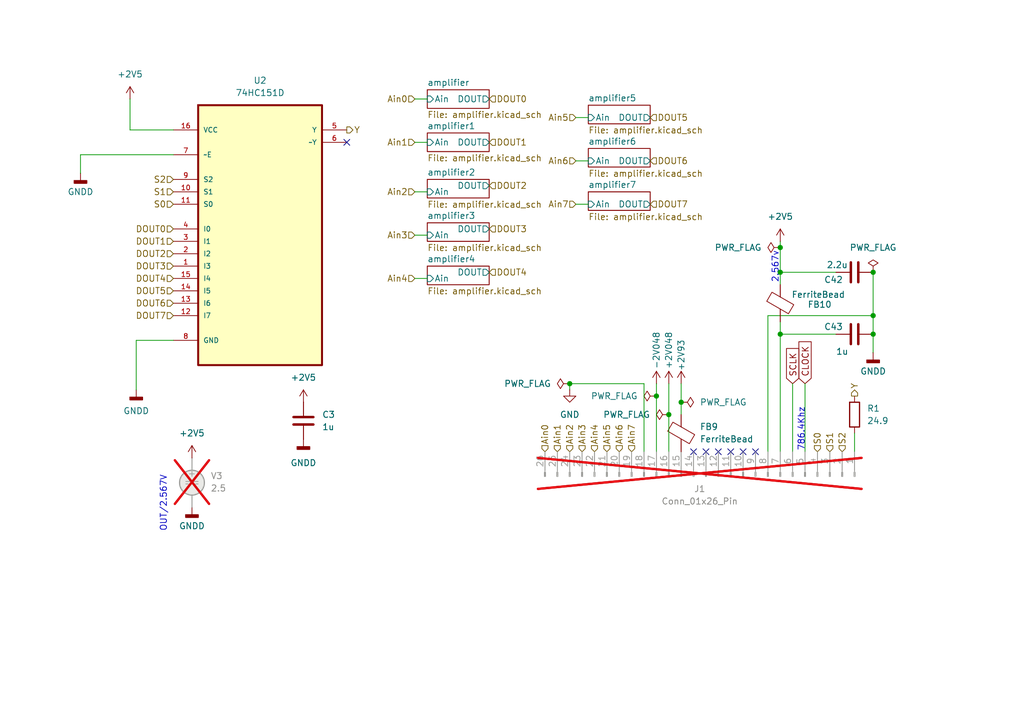
<source format=kicad_sch>
(kicad_sch (version 20231120) (generator "eeschema") (generator_version "8.0")
  (paper "A5")
  (title_block (title "Biosemi amplifier card") (date "2025-05-26") (rev "1") (company "Utrecht university"))
  (lib_symbols
    (symbol "74hc151d:74HC151D" (pin_names (offset 1.016))
      (property "Reference" "U" (at -5.1894 25.5656 0))
      (property "Value" "74HC151D" (at -3.7347 -34.8316 0))
      (symbol "74HC151D_0_0"
        (rectangle (start -12.7 -30.48) (end 12.7 22.86) (stroke (width 0.4064)) (fill (type background)))
        (pin passive line (at -17.78 -10.16 0) (length 5.08) (name "I3") (number "1"))
        (pin input line (at -17.78 5.08 0) (length 5.08) (name "S1") (number "10"))
        (pin input line (at -17.78 2.54 0) (length 5.08) (name "S0") (number "11"))
        (pin input line (at -17.78 -20.32 0) (length 5.08) (name "I7") (number "12"))
        (pin input line (at -17.78 -17.78 0) (length 5.08) (name "I6") (number "13"))
        (pin input line (at -17.78 -15.24 0) (length 5.08) (name "I5") (number "14"))
        (pin input line (at -17.78 -12.7 0) (length 5.08) (name "I4") (number "15"))
        (pin power_in line (at -17.78 17.78 0) (length 5.08) (name "VCC") (number "16"))
        (pin input line (at -17.78 -7.62 0) (length 5.08) (name "I2") (number "2"))
        (pin input line (at -17.78 -5.08 0) (length 5.08) (name "I1") (number "3"))
        (pin input line (at -17.78 -2.54 0) (length 5.08) (name "I0") (number "4"))
        (pin output line (at 17.78 17.78 180) (length 5.08) (name "Y") (number "5"))
        (pin output line (at 17.78 15.24 180) (length 5.08) (name "~Y") (number "6"))
        (pin input line (at -17.78 12.7 0) (length 5.08) (name "~E") (number "7"))
        (pin passive line (at -17.78 -25.4 0) (length 5.08) (name "GND") (number "8"))
        (pin input line (at -17.78 7.62 0) (length 5.08) (name "S2") (number "9"))
      )
    )
    (symbol "Connector:Conn_01x26_Pin" (pin_names (offset 1.016) hide)
      (property "Reference" "J" (at 0 33.02 0))
      (property "Value" "Conn_01x26_Pin" (at 0 -35.56 0))
      (symbol "Conn_01x26_Pin_1_1"
        (polyline (pts (xy 1.27 -33.02) (xy 0.8636 -33.02)) (stroke (width 0.1524)))
        (polyline (pts (xy 1.27 -30.48) (xy 0.8636 -30.48)) (stroke (width 0.1524)))
        (polyline (pts (xy 1.27 -27.94) (xy 0.8636 -27.94)) (stroke (width 0.1524)))
        (polyline (pts (xy 1.27 -25.4) (xy 0.8636 -25.4)) (stroke (width 0.1524)))
        (polyline (pts (xy 1.27 -22.86) (xy 0.8636 -22.86)) (stroke (width 0.1524)))
        (polyline (pts (xy 1.27 -20.32) (xy 0.8636 -20.32)) (stroke (width 0.1524)))
        (polyline (pts (xy 1.27 -17.78) (xy 0.8636 -17.78)) (stroke (width 0.1524)))
        (polyline (pts (xy 1.27 -15.24) (xy 0.8636 -15.24)) (stroke (width 0.1524)))
        (polyline (pts (xy 1.27 -12.7) (xy 0.8636 -12.7)) (stroke (width 0.1524)))
        (polyline (pts (xy 1.27 -10.16) (xy 0.8636 -10.16)) (stroke (width 0.1524)))
        (polyline (pts (xy 1.27 -7.62) (xy 0.8636 -7.62)) (stroke (width 0.1524)))
        (polyline (pts (xy 1.27 -5.08) (xy 0.8636 -5.08)) (stroke (width 0.1524)))
        (polyline (pts (xy 1.27 -2.54) (xy 0.8636 -2.54)) (stroke (width 0.1524)))
        (polyline (pts (xy 1.27 0) (xy 0.8636 0)) (stroke (width 0.1524)))
        (polyline (pts (xy 1.27 2.54) (xy 0.8636 2.54)) (stroke (width 0.1524)))
        (polyline (pts (xy 1.27 5.08) (xy 0.8636 5.08)) (stroke (width 0.1524)))
        (polyline (pts (xy 1.27 7.62) (xy 0.8636 7.62)) (stroke (width 0.1524)))
        (polyline (pts (xy 1.27 10.16) (xy 0.8636 10.16)) (stroke (width 0.1524)))
        (polyline (pts (xy 1.27 12.7) (xy 0.8636 12.7)) (stroke (width 0.1524)))
        (polyline (pts (xy 1.27 15.24) (xy 0.8636 15.24)) (stroke (width 0.1524)))
        (polyline (pts (xy 1.27 17.78) (xy 0.8636 17.78)) (stroke (width 0.1524)))
        (polyline (pts (xy 1.27 20.32) (xy 0.8636 20.32)) (stroke (width 0.1524)))
        (polyline (pts (xy 1.27 22.86) (xy 0.8636 22.86)) (stroke (width 0.1524)))
        (polyline (pts (xy 1.27 25.4) (xy 0.8636 25.4)) (stroke (width 0.1524)))
        (polyline (pts (xy 1.27 27.94) (xy 0.8636 27.94)) (stroke (width 0.1524)))
        (polyline (pts (xy 1.27 30.48) (xy 0.8636 30.48)) (stroke (width 0.1524)))
        (rectangle (start 0.8636 -32.893) (end 0 -33.147) (stroke (width 0.1524)) (fill (type outline)))
        (rectangle (start 0.8636 -30.353) (end 0 -30.607) (stroke (width 0.1524)) (fill (type outline)))
        (rectangle (start 0.8636 -27.813) (end 0 -28.067) (stroke (width 0.1524)) (fill (type outline)))
        (rectangle (start 0.8636 -25.273) (end 0 -25.527) (stroke (width 0.1524)) (fill (type outline)))
        (rectangle (start 0.8636 -22.733) (end 0 -22.987) (stroke (width 0.1524)) (fill (type outline)))
        (rectangle (start 0.8636 -20.193) (end 0 -20.447) (stroke (width 0.1524)) (fill (type outline)))
        (rectangle (start 0.8636 -17.653) (end 0 -17.907) (stroke (width 0.1524)) (fill (type outline)))
        (rectangle (start 0.8636 -15.113) (end 0 -15.367) (stroke (width 0.1524)) (fill (type outline)))
        (rectangle (start 0.8636 -12.573) (end 0 -12.827) (stroke (width 0.1524)) (fill (type outline)))
        (rectangle (start 0.8636 -10.033) (end 0 -10.287) (stroke (width 0.1524)) (fill (type outline)))
        (rectangle (start 0.8636 -7.493) (end 0 -7.747) (stroke (width 0.1524)) (fill (type outline)))
        (rectangle (start 0.8636 -4.953) (end 0 -5.207) (stroke (width 0.1524)) (fill (type outline)))
        (rectangle (start 0.8636 -2.413) (end 0 -2.667) (stroke (width 0.1524)) (fill (type outline)))
        (rectangle (start 0.8636 0.127) (end 0 -0.127) (stroke (width 0.1524)) (fill (type outline)))
        (rectangle (start 0.8636 2.667) (end 0 2.413) (stroke (width 0.1524)) (fill (type outline)))
        (rectangle (start 0.8636 5.207) (end 0 4.953) (stroke (width 0.1524)) (fill (type outline)))
        (rectangle (start 0.8636 7.747) (end 0 7.493) (stroke (width 0.1524)) (fill (type outline)))
        (rectangle (start 0.8636 10.287) (end 0 10.033) (stroke (width 0.1524)) (fill (type outline)))
        (rectangle (start 0.8636 12.827) (end 0 12.573) (stroke (width 0.1524)) (fill (type outline)))
        (rectangle (start 0.8636 15.367) (end 0 15.113) (stroke (width 0.1524)) (fill (type outline)))
        (rectangle (start 0.8636 17.907) (end 0 17.653) (stroke (width 0.1524)) (fill (type outline)))
        (rectangle (start 0.8636 20.447) (end 0 20.193) (stroke (width 0.1524)) (fill (type outline)))
        (rectangle (start 0.8636 22.987) (end 0 22.733) (stroke (width 0.1524)) (fill (type outline)))
        (rectangle (start 0.8636 25.527) (end 0 25.273) (stroke (width 0.1524)) (fill (type outline)))
        (rectangle (start 0.8636 28.067) (end 0 27.813) (stroke (width 0.1524)) (fill (type outline)))
        (rectangle (start 0.8636 30.607) (end 0 30.353) (stroke (width 0.1524)) (fill (type outline)))
        (pin passive line (at 5.08 30.48 180) (length 3.81) (name "Pin_1") (number "1"))
        (pin passive line (at 5.08 7.62 180) (length 3.81) (name "Pin_10") (number "10"))
        (pin passive line (at 5.08 5.08 180) (length 3.81) (name "Pin_11") (number "11"))
        (pin passive line (at 5.08 2.54 180) (length 3.81) (name "Pin_12") (number "12"))
        (pin passive line (at 5.08 0 180) (length 3.81) (name "Pin_13") (number "13"))
        (pin passive line (at 5.08 -2.54 180) (length 3.81) (name "Pin_14") (number "14"))
        (pin passive line (at 5.08 -5.08 180) (length 3.81) (name "Pin_15") (number "15"))
        (pin passive line (at 5.08 -7.62 180) (length 3.81) (name "Pin_16") (number "16"))
        (pin passive line (at 5.08 -10.16 180) (length 3.81) (name "Pin_17") (number "17"))
        (pin passive line (at 5.08 -12.7 180) (length 3.81) (name "Pin_18") (number "18"))
        (pin passive line (at 5.08 -15.24 180) (length 3.81) (name "Pin_19") (number "19"))
        (pin passive line (at 5.08 27.94 180) (length 3.81) (name "Pin_2") (number "2"))
        (pin passive line (at 5.08 -17.78 180) (length 3.81) (name "Pin_20") (number "20"))
        (pin passive line (at 5.08 -20.32 180) (length 3.81) (name "Pin_21") (number "21"))
        (pin passive line (at 5.08 -22.86 180) (length 3.81) (name "Pin_22") (number "22"))
        (pin passive line (at 5.08 -25.4 180) (length 3.81) (name "Pin_23") (number "23"))
        (pin passive line (at 5.08 -27.94 180) (length 3.81) (name "Pin_24") (number "24"))
        (pin passive line (at 5.08 -30.48 180) (length 3.81) (name "Pin_25") (number "25"))
        (pin passive line (at 5.08 -33.02 180) (length 3.81) (name "Pin_26") (number "26"))
        (pin passive line (at 5.08 25.4 180) (length 3.81) (name "Pin_3") (number "3"))
        (pin passive line (at 5.08 22.86 180) (length 3.81) (name "Pin_4") (number "4"))
        (pin passive line (at 5.08 20.32 180) (length 3.81) (name "Pin_5") (number "5"))
        (pin passive line (at 5.08 17.78 180) (length 3.81) (name "Pin_6") (number "6"))
        (pin passive line (at 5.08 15.24 180) (length 3.81) (name "Pin_7") (number "7"))
        (pin passive line (at 5.08 12.7 180) (length 3.81) (name "Pin_8") (number "8"))
        (pin passive line (at 5.08 10.16 180) (length 3.81) (name "Pin_9") (number "9"))
      )
    )
    (symbol "Device:C" (pin_numbers hide) (pin_names (offset 0.254))
      (property "Reference" "C" (at 0.635 2.54 0))
      (property "Value" "C" (at 0.635 -2.54 0))
      (symbol "C_0_1"
        (polyline (pts (xy -2.032 -0.762) (xy 2.032 -0.762)) (stroke (width 0.508)))
        (polyline (pts (xy -2.032 0.762) (xy 2.032 0.762)) (stroke (width 0.508)))
      )
      (symbol "C_1_1"
        (pin passive line (at 0 3.81 270) (length 2.794) (name "~") (number "1"))
        (pin passive line (at 0 -3.81 90) (length 2.794) (name "~") (number "2"))
      )
    )
    (symbol "Device:FerriteBead" (pin_numbers hide) (pin_names (offset 0))
      (property "Reference" "FB" (at -3.81 0.635 90))
      (property "Value" "FerriteBead" (at 3.81 0 90))
      (symbol "FerriteBead_0_1"
        (polyline (pts (xy 0 -1.27) (xy 0 -1.2192)))
        (polyline (pts (xy 0 1.27) (xy 0 1.2954)))
        (polyline (pts (xy -2.7686 0.4064) (xy -1.7018 2.2606) (xy 2.7686 -0.3048) (xy 1.6764 -2.159) (xy -2.7686 0.4064)))
      )
      (symbol "FerriteBead_1_1"
        (pin passive line (at 0 3.81 270) (length 2.54) (name "~") (number "1"))
        (pin passive line (at 0 -3.81 90) (length 2.54) (name "~") (number "2"))
      )
    )
    (symbol "Device:R" (pin_numbers hide) (pin_names (offset 0))
      (property "Reference" "R" (at 2.032 0 90))
      (property "Value" "R" (at 0 0 90))
      (symbol "R_0_1"
        (rectangle (start -1.016 -2.54) (end 1.016 2.54) (stroke (width 0.254)))
      )
      (symbol "R_1_1"
        (pin passive line (at 0 3.81 270) (length 1.27) (name "~") (number "1"))
        (pin passive line (at 0 -3.81 90) (length 1.27) (name "~") (number "2"))
      )
    )
    (symbol "Simulation_SPICE:VDC" (pin_numbers hide) (pin_names (offset 0.0254))
      (property "Reference" "V" (at 2.54 2.54 0))
      (property "Value" "1" (at 2.54 0 0))
      (symbol "VDC_0_0"
        (polyline (pts (xy -1.27 0.254) (xy 1.27 0.254)))
        (polyline (pts (xy -0.762 -0.254) (xy -1.27 -0.254)))
        (polyline (pts (xy 0.254 -0.254) (xy -0.254 -0.254)))
        (polyline (pts (xy 1.27 -0.254) (xy 0.762 -0.254)))
        (text "+" (at 0 1.905 0) (effects (font (size 1.27 1.27))))
      )
      (symbol "VDC_0_1"
        (circle (center 0 0) (radius 2.54) (stroke (width 0.254)) (fill (type background)))
      )
      (symbol "VDC_1_1"
        (pin passive line (at 0 5.08 270) (length 2.54) (name "~") (number "1"))
        (pin passive line (at 0 -5.08 90) (length 2.54) (name "~") (number "2"))
      )
    )
    (symbol "power:+2V5" (power) (pin_numbers hide) (pin_names (offset 0) hide)
      (property "Value" "+2V5" (at 0 3.556 0))
      (symbol "+2V5_0_1"
        (polyline (pts (xy -0.762 1.27) (xy 0 2.54)))
        (polyline (pts (xy 0 0) (xy 0 2.54)))
        (polyline (pts (xy 0 2.54) (xy 0.762 1.27)))
      )
      (symbol "+2V5_1_1"
        (pin power_in line (at 0 0 90) (length 0) (name "~") (number "1"))
      )
    )
    (symbol "power:+2V8" (power) (pin_numbers hide) (pin_names (offset 0) hide)
      (property "Value" "+2V8" (at 0 3.556 0))
      (symbol "+2V8_0_1"
        (polyline (pts (xy -0.762 1.27) (xy 0 2.54)))
        (polyline (pts (xy 0 0) (xy 0 2.54)))
        (polyline (pts (xy 0 2.54) (xy 0.762 1.27)))
      )
      (symbol "+2V8_1_1"
        (pin power_in line (at 0 0 90) (length 0) (name "~") (number "1"))
      )
    )
    (symbol "power:+3V0" (power) (pin_numbers hide) (pin_names (offset 0) hide)
      (property "Value" "+3V0" (at 0 3.556 0))
      (symbol "+3V0_0_1"
        (polyline (pts (xy -0.762 1.27) (xy 0 2.54)))
        (polyline (pts (xy 0 0) (xy 0 2.54)))
        (polyline (pts (xy 0 2.54) (xy 0.762 1.27)))
      )
      (symbol "+3V0_1_1"
        (pin power_in line (at 0 0 90) (length 0) (name "~") (number "1"))
      )
    )
    (symbol "power:GND" (power) (pin_numbers hide) (pin_names (offset 0) hide)
      (property "Value" "GND" (at 0 -3.81 0))
      (symbol "GND_0_1"
        (polyline (pts (xy 0 0) (xy 0 -1.27) (xy 1.27 -1.27) (xy 0 -2.54) (xy -1.27 -1.27) (xy 0 -1.27)))
      )
      (symbol "GND_1_1"
        (pin power_in line (at 0 0 270) (length 0) (name "~") (number "1"))
      )
    )
    (symbol "power:GNDD" (power) (pin_numbers hide) (pin_names (offset 0) hide)
      (property "Value" "GNDD" (at 0 -3.175 0))
      (symbol "GNDD_0_1"
        (rectangle (start -1.27 -1.524) (end 1.27 -2.032) (stroke (width 0.254)) (fill (type outline)))
        (polyline (pts (xy 0 0) (xy 0 -1.524)))
      )
      (symbol "GNDD_1_1"
        (pin power_in line (at 0 0 270) (length 0) (name "~") (number "1"))
      )
    )
    (symbol "power:PWR_FLAG" (power) (pin_numbers hide) (pin_names (offset 0) hide)
      (property "Value" "PWR_FLAG" (at 0 3.81 0))
      (symbol "PWR_FLAG_0_0"
        (pin power_out line (at 0 0 90) (length 0) (name "~") (number "1"))
      )
      (symbol "PWR_FLAG_0_1"
        (polyline (pts (xy 0 0) (xy 0 1.27) (xy -1.016 1.905) (xy 0 2.54) (xy 1.016 1.905) (xy 0 1.27)))
      )
    )
  )
  (junction (at 116.84 78.74))
  (junction (at 137.16 85.09))
  (junction (at 179.07 55.88))
  (junction (at 179.07 68.58))
  (junction (at 139.7 82.55))
  (junction (at 134.62 81.28))
  (junction (at 160.02 55.88))
  (junction (at 179.07 64.77))
  (junction (at 160.02 68.58))
  (junction (at 160.02 50.8))
  (no_connect (at 154.94 92.71))
  (no_connect (at 152.4 92.71))
  (no_connect (at 142.24 92.71))
  (no_connect (at 71.12 29.21))
  (no_connect (at 144.78 92.71))
  (no_connect (at 147.32 92.71))
  (no_connect (at 149.86 92.71))
  (wire (pts (xy 160.02 68.58) (xy 160.02 92.71)))
  (wire (pts (xy 160.02 55.88) (xy 171.45 55.88)))
  (wire (pts (xy 137.16 85.09) (xy 137.16 92.71)))
  (wire (pts (xy 27.94 69.85) (xy 27.94 80.01)))
  (wire (pts (xy 157.48 64.77) (xy 179.07 64.77)))
  (wire (pts (xy 16.51 31.75) (xy 16.51 35.56)))
  (wire (pts (xy 137.16 78.74) (xy 137.16 85.09)))
  (wire (pts (xy 26.67 20.32) (xy 26.67 26.67)))
  (wire (pts (xy 132.08 92.71) (xy 132.08 78.74)))
  (wire (pts (xy 179.07 64.77) (xy 179.07 68.58)))
  (wire (pts (xy 16.51 31.75) (xy 35.56 31.75)))
  (wire (pts (xy 139.7 82.55) (xy 139.7 85.09)))
  (wire (pts (xy 160.02 66.04) (xy 160.02 68.58)))
  (wire (pts (xy 175.26 88.9) (xy 175.26 92.71)))
  (wire (pts (xy 85.09 29.21) (xy 87.63 29.21)))
  (wire (pts (xy 35.56 69.85) (xy 27.94 69.85)))
  (wire (pts (xy 160.02 68.58) (xy 171.45 68.58)))
  (wire (pts (xy 118.11 33.02) (xy 120.65 33.02)))
  (wire (pts (xy 179.07 68.58) (xy 179.07 72.39)))
  (wire (pts (xy 116.84 78.74) (xy 132.08 78.74)))
  (wire (pts (xy 35.56 26.67) (xy 26.67 26.67)))
  (wire (pts (xy 118.11 24.13) (xy 120.65 24.13)))
  (wire (pts (xy 162.56 78.74) (xy 162.56 92.71)))
  (wire (pts (xy 134.62 81.28) (xy 134.62 92.71)))
  (wire (pts (xy 160.02 50.8) (xy 160.02 55.88)))
  (wire (pts (xy 139.7 78.74) (xy 139.7 82.55)))
  (wire (pts (xy 85.09 20.32) (xy 87.63 20.32)))
  (wire (pts (xy 116.84 80.01) (xy 116.84 78.74)))
  (wire (pts (xy 85.09 48.26) (xy 87.63 48.26)))
  (wire (pts (xy 85.09 57.15) (xy 87.63 57.15)))
  (wire (pts (xy 160.02 49.53) (xy 160.02 50.8)))
  (wire (pts (xy 118.11 41.91) (xy 120.65 41.91)))
  (wire (pts (xy 179.07 55.88) (xy 179.07 64.77)))
  (wire (pts (xy 134.62 78.74) (xy 134.62 81.28)))
  (wire (pts (xy 160.02 55.88) (xy 160.02 58.42)))
  (wire (pts (xy 85.09 39.37) (xy 87.63 39.37)))
  (wire (pts (xy 157.48 64.77) (xy 157.48 92.71)))
  (wire (pts (xy 165.1 78.74) (xy 165.1 92.71)))
  (text "2.567v" (at 159.766 58.166 90) (effects (font (size 1.27 1.27)) (justify left bottom)))
  (text "OUT/2.567V" (at 34.29 109.22 90) (effects (font (size 1.27 1.27)) (justify left bottom)))
  (text "786.4Khz" (at 165.1 92.71 90) (effects (font (size 1.27 1.27)) (justify left bottom)))
  (global_label "SCLK" (shape input) (at 162.56 78.74 90) (property "Intersheetrefs" "${INTERSHEET_REFS}" (effects (hide yes))))
  (global_label "CLOCK" (shape input) (at 165.1 78.74 90) (property "Intersheetrefs" "${INTERSHEET_REFS}" (effects (hide yes))))
  (hierarchical_label "S2" (shape input) (at 35.56 36.83 180))
  (hierarchical_label "DOUT4" (shape input) (at 100.33 55.88 0))
  (hierarchical_label "DOUT4" (shape input) (at 35.56 57.15 180))
  (hierarchical_label "S0" (shape input) (at 35.56 41.91 180))
  (hierarchical_label "S0" (shape input) (at 167.64 92.71 90))
  (hierarchical_label "Ain1" (shape input) (at 114.3 92.71 90))
  (hierarchical_label "DOUT0" (shape input) (at 100.33 20.32 0))
  (hierarchical_label "S1" (shape input) (at 170.18 92.71 90))
  (hierarchical_label "Ain0" (shape input) (at 111.76 92.71 90))
  (hierarchical_label "Y" (shape output) (at 175.26 81.28 90))
  (hierarchical_label "Ain4" (shape input) (at 121.92 92.71 90))
  (hierarchical_label "DOUT6" (shape input) (at 133.35 33.02 0))
  (hierarchical_label "DOUT5" (shape input) (at 35.56 59.69 180))
  (hierarchical_label "Ain2" (shape input) (at 85.09 39.37 180))
  (hierarchical_label "Ain2" (shape input) (at 116.84 92.71 90))
  (hierarchical_label "Y" (shape output) (at 71.12 26.67 0))
  (hierarchical_label "DOUT3" (shape input) (at 35.56 54.61 180))
  (hierarchical_label "Ain7" (shape input) (at 118.11 41.91 180))
  (hierarchical_label "DOUT3" (shape input) (at 100.33 46.99 0))
  (hierarchical_label "DOUT1" (shape input) (at 35.56 49.53 180))
  (hierarchical_label "Ain6" (shape input) (at 127 92.71 90))
  (hierarchical_label "DOUT6" (shape input) (at 35.56 62.23 180))
  (hierarchical_label "DOUT5" (shape input) (at 133.35 24.13 0))
  (hierarchical_label "Ain1" (shape input) (at 85.09 29.21 180))
  (hierarchical_label "Ain0" (shape input) (at 85.09 20.32 180))
  (hierarchical_label "Ain3" (shape input) (at 119.38 92.71 90))
  (hierarchical_label "DOUT1" (shape input) (at 100.33 29.21 0))
  (hierarchical_label "DOUT0" (shape input) (at 35.56 46.99 180))
  (hierarchical_label "DOUT7" (shape input) (at 35.56 64.77 180))
  (hierarchical_label "Ain5" (shape input) (at 118.11 24.13 180))
  (hierarchical_label "DOUT7" (shape input) (at 133.35 41.91 0))
  (hierarchical_label "DOUT2" (shape input) (at 100.33 38.1 0))
  (hierarchical_label "S2" (shape input) (at 172.72 92.71 90))
  (hierarchical_label "Ain5" (shape input) (at 124.46 92.71 90))
  (hierarchical_label "Ain3" (shape input) (at 85.09 48.26 180))
  (hierarchical_label "Ain6" (shape input) (at 118.11 33.02 180))
  (hierarchical_label "Ain7" (shape input) (at 129.54 92.71 90))
  (hierarchical_label "DOUT2" (shape input) (at 35.56 52.07 180))
  (hierarchical_label "Ain4" (shape input) (at 85.09 57.15 180))
  (hierarchical_label "S1" (shape input) (at 35.56 39.37 180))
  (symbol (lib_id "Simulation_SPICE:VDC") (at 39.37 99.06 0) (unit 1) (dnp yes)
    (property "Reference" "V3" (at 43.18 97.6601 0) (effects (justify left)))
    (property "Value" "2.5" (at 43.18 100.2001 0) (effects (justify left)))
    (property "Datasheet" "https://ngspice.sourceforge.io/docs/ngspice-html-manual/manual.xhtml#sec_Independent_Sources_for" (effects (hide yes)))
    (property "Description" "Voltage source, DC" (effects (hide yes)))
    (property "Sim.Pins" "1=+ 2=-" (effects (hide yes)))
    (property "Sim.Type" "DC" (effects (hide yes)))
    (property "Sim.Device" "V" (effects (hide yes)))
  )
  (symbol (lib_id "power:+2V8") (at 134.62 78.74 0) (unit 1)
    (property "Reference" "#PWR016" (effects (hide yes)))
    (property "Value" "-2V048" (at 134.62 71.882 90))
    (property "Description" "Power symbol creates a global label with name \"+2V8\"" (effects (hide yes)))
  )
  (symbol (lib_id "power:GNDD") (at 16.51 35.56 0) (unit 1)
    (property "Reference" "#PWR03" (effects (hide yes)))
    (property "Value" "GNDD" (at 16.51 39.37 0))
    (property "Description" "Power symbol creates a global label with name \"GNDD\" , digital ground" (effects (hide yes)))
  )
  (symbol (lib_id "power:+2V8") (at 137.16 78.74 0) (unit 1)
    (property "Reference" "#PWR015" (effects (hide yes)))
    (property "Value" "+2V048" (at 137.16 71.882 90))
    (property "Description" "Power symbol creates a global label with name \"+2V8\"" (effects (hide yes)))
  )
  (symbol (lib_id "power:GND") (at 116.84 80.01 0) (unit 1)
    (property "Reference" "#PWR010" (effects (hide yes)))
    (property "Value" "GND" (at 116.84 85.09 0))
    (property "Description" "Power symbol creates a global label with name \"GND\" , ground" (effects (hide yes)))
  )
  (symbol (lib_id "Device:C") (at 175.26 68.58 90) (unit 1)
    (property "Reference" "C43" (at 170.942 67.056 90))
    (property "Value" "1u" (at 172.72 72.136 90))
    (property "Footprint" "Capacitor_SMD:C_0603_1608Metric" (effects (hide yes)))
    (property "Description" "16V 1uF X5R ±10%" (effects (hide yes)))
    (property "LCSC" "C1592" (effects (hide yes)))
  )
  (symbol (lib_id "power:PWR_FLAG") (at 134.62 81.28 90) (unit 1)
    (property "Reference" "#FLG03" (effects (hide yes)))
    (property "Value" "PWR_FLAG" (at 130.81 81.2799 90) (effects (justify left)))
    (property "Description" "Special symbol for telling ERC where power comes from" (effects (hide yes)))
  )
  (symbol (lib_id "power:GNDD") (at 27.94 80.01 0) (unit 1)
    (property "Reference" "#PWR02" (effects (hide yes)))
    (property "Value" "GNDD" (at 27.94 84.328 0))
    (property "Description" "Power symbol creates a global label with name \"GNDD\" , digital ground" (effects (hide yes)))
  )
  (symbol (lib_id "power:+3V0") (at 139.7 78.74 0) (unit 1)
    (property "Reference" "#PWR017" (effects (hide yes)))
    (property "Value" "+2V93" (at 139.7 72.898 90))
    (property "Description" "Power symbol creates a global label with name \"+3V0\"" (effects (hide yes)))
  )
  (symbol (lib_id "power:PWR_FLAG") (at 179.07 55.88 0) (unit 1)
    (property "Reference" "#FLG02" (effects (hide yes)))
    (property "Value" "PWR_FLAG" (at 179.07 50.8 0))
    (property "Description" "Special symbol for telling ERC where power comes from" (effects (hide yes)))
  )
  (symbol (lib_id "power:PWR_FLAG") (at 137.16 85.09 90) (unit 1)
    (property "Reference" "#FLG04" (effects (hide yes)))
    (property "Value" "PWR_FLAG" (at 133.35 85.0899 90) (effects (justify left)))
    (property "Description" "Special symbol for telling ERC where power comes from" (effects (hide yes)))
  )
  (symbol (lib_id "74hc151d:74HC151D") (at 53.34 44.45 0) (unit 1) (exclude_from_sim yes)
    (property "Reference" "U2" (at 53.34 16.51 0))
    (property "Value" "74HC151D" (at 53.34 19.05 0))
    (property "Footprint" "Package_SO:SOIC-16_3.9x9.9mm_P1.27mm" (effects (hide yes)))
    (property "Description" "SN74HC151DR" (effects (hide yes)))
    (property "MF" "Toshiba" (effects (hide yes)))
    (property "Description_1" "\n                        \n                            IC MULTIPLEXER 1 X 8:1 16-SOIC\n                        \n" (effects (hide yes)))
    (property "PACKAGE" "SOIC-16" (effects (hide yes)))
    (property "MPN" "74HC151D" (effects (hide yes)))
    (property "Price" "None" (effects (hide yes)))
    (property "Package" "SOIC-16 NXP Semiconductors" (effects (hide yes)))
    (property "OC_FARNELL" "1201321" (effects (hide yes)))
    (property "SnapEDA_Link" "https://www.snapeda.com/parts/74HC151D/Toshiba/view-part/?ref=snap" (effects (hide yes)))
    (property "MP" "74HC151D" (effects (hide yes)))
    (property "SUPPLIER" "NXP" (effects (hide yes)))
    (property "OC_NEWARK" "26M7760" (effects (hide yes)))
    (property "Availability" "In Stock" (effects (hide yes)))
    (property "Check_prices" "https://www.snapeda.com/parts/74HC151D/Toshiba/view-part/?ref=eda" (effects (hide yes)))
    (property "LCSC" "C6822" (effects (hide yes)))
  )
  (symbol (lib_id "power:+2V5") (at 62.23 82.55 0) (unit 1)
    (property "Reference" "#PWR011" (effects (hide yes)))
    (property "Value" "+2V5" (at 62.23 77.47 0))
    (property "Description" "Power symbol creates a global label with name \"+2V5\"" (effects (hide yes)))
  )
  (symbol (lib_id "power:+2V5") (at 26.67 20.32 0) (unit 1)
    (property "Reference" "#PWR05" (effects (hide yes)))
    (property "Value" "+2V5" (at 26.67 15.24 0))
    (property "Description" "Power symbol creates a global label with name \"+2V5\"" (effects (hide yes)))
  )
  (symbol (lib_id "power:GNDD") (at 179.07 72.39 0) (unit 1)
    (property "Reference" "#PWR04" (effects (hide yes)))
    (property "Value" "GNDD" (at 179.07 76.2 0))
    (property "Description" "Power symbol creates a global label with name \"GNDD\" , digital ground" (effects (hide yes)))
  )
  (symbol (lib_id "Device:C") (at 62.23 86.36 0) (unit 1)
    (property "Reference" "C3" (at 66.04 85.0899 0) (effects (justify left)))
    (property "Value" "1u" (at 66.04 87.6299 0) (effects (justify left)))
    (property "Footprint" "Capacitor_SMD:C_0603_1608Metric" (effects (hide yes)))
    (property "Description" "16V 1uF X5R ±10%" (effects (hide yes)))
    (property "LCSC" "C1592" (effects (hide yes)))
  )
  (symbol (lib_id "Connector:Conn_01x26_Pin") (at 144.78 97.79 270) (mirror x) (unit 1) (dnp yes)
    (property "Reference" "J1" (at 143.51 100.33 90))
    (property "Value" "Conn_01x26_Pin" (at 143.51 102.87 90))
    (property "Footprint" "Connector_PinHeader_2.54mm:PinHeader_1x26_P2.54mm_Vertical" (effects (hide yes)))
    (property "Description" "Generic connector, single row, 01x26, script generated" (effects (hide yes)))
  )
  (symbol (lib_id "power:PWR_FLAG") (at 160.02 50.8 90) (unit 1)
    (property "Reference" "#FLG01" (effects (hide yes)))
    (property "Value" "PWR_FLAG" (at 156.21 50.7999 90) (effects (justify left)))
    (property "Description" "Special symbol for telling ERC where power comes from" (effects (hide yes)))
  )
  (symbol (lib_id "Device:R") (at 175.26 85.09 0) (unit 1)
    (property "Reference" "R1" (at 177.8 83.8199 0) (effects (justify left)))
    (property "Value" "24.9" (at 177.8 86.3599 0) (effects (justify left)))
    (property "Footprint" "Resistor_SMD:R_0402_1005Metric" (effects (hide yes)))
    (property "Description" "Resistor" (effects (hide yes)))
    (property "LCSC" "C5099" (effects (hide yes)))
  )
  (symbol (lib_id "power:GNDD") (at 62.23 90.17 0) (unit 1)
    (property "Reference" "#PWR012" (effects (hide yes)))
    (property "Value" "GNDD" (at 62.23 94.996 0))
    (property "Description" "Power symbol creates a global label with name \"GNDD\" , digital ground" (effects (hide yes)))
  )
  (symbol (lib_id "power:GNDD") (at 39.37 104.14 0) (unit 1)
    (property "Reference" "#PWR0128" (effects (hide yes)))
    (property "Value" "GNDD" (at 39.37 107.95 0))
    (property "Description" "Power symbol creates a global label with name \"GNDD\" , digital ground" (effects (hide yes)))
  )
  (symbol (lib_id "Device:C") (at 175.26 55.88 90) (unit 1)
    (property "Reference" "C42" (at 170.942 57.404 90))
    (property "Value" "2.2u" (at 171.704 54.356 90))
    (property "Footprint" "Capacitor_SMD:C_0603_1608Metric" (effects (hide yes)))
    (property "Description" "10V 2.2uF X5R ±10%" (effects (hide yes)))
    (property "LCSC" "C1607" (effects (hide yes)))
  )
  (symbol (lib_id "power:PWR_FLAG") (at 139.7 82.55 270) (unit 1)
    (property "Reference" "#FLG06" (effects (hide yes)))
    (property "Value" "PWR_FLAG" (at 143.51 82.5499 90) (effects (justify left)))
    (property "Description" "Special symbol for telling ERC where power comes from" (effects (hide yes)))
  )
  (symbol (lib_id "power:PWR_FLAG") (at 116.84 78.74 90) (unit 1)
    (property "Reference" "#FLG05" (effects (hide yes)))
    (property "Value" "PWR_FLAG" (at 113.03 78.7399 90) (effects (justify left)))
    (property "Description" "Special symbol for telling ERC where power comes from" (effects (hide yes)))
  )
  (symbol (lib_id "power:+2V5") (at 160.02 49.53 0) (unit 1)
    (property "Reference" "#PWR01" (effects (hide yes)))
    (property "Value" "+2V5" (at 160.02 44.45 0))
    (property "Description" "Power symbol creates a global label with name \"+2V5\"" (effects (hide yes)))
  )
  (symbol (lib_id "Device:FerriteBead") (at 160.02 62.23 0) (unit 1) (exclude_from_sim yes)
    (property "Reference" "FB10" (at 165.608 62.484 0) (effects (justify left)))
    (property "Value" "FerriteBead" (at 162.306 60.452 0) (effects (justify left)))
    (property "Footprint" "Inductor_SMD:L_0402_1005Metric" (effects (hide yes)))
    (property "Description" "520mΩ ±25% 600Ω@100MHz" (effects (hide yes)))
    (property "LCSC" "C76884" (effects (hide yes)))
  )
  (symbol (lib_id "Device:FerriteBead") (at 139.7 88.9 0) (unit 1) (exclude_from_sim yes)
    (property "Reference" "FB9" (at 143.51 87.5791 0) (effects (justify left)))
    (property "Value" "FerriteBead" (at 143.51 90.1191 0) (effects (justify left)))
    (property "Footprint" "Inductor_SMD:L_0402_1005Metric" (effects (hide yes)))
    (property "Description" "520mΩ ±25% 600Ω@100MHz" (effects (hide yes)))
    (property "LCSC" "C76884" (effects (hide yes)))
  )
  (symbol (lib_id "power:+2V5") (at 39.37 93.98 0) (unit 1)
    (property "Reference" "#PWR0129" (effects (hide yes)))
    (property "Value" "+2V5" (at 39.37 88.9 0))
    (property "Description" "Power symbol creates a global label with name \"+2V5\"" (effects (hide yes)))
  )
  (sheet (at 87.63 45.72) (size 12.7 3.81) (stroke (width 0.1524))
    (property "Sheetname" "amplifier3" (at 87.63 45.0084 0) (effects (justify left bottom)))
    (property "Sheetfile" "amplifier.kicad_sch" (at 87.63 50.1146 0) (effects (justify left top)))
    (pin "DOUT" output (at 100.33 46.99 0))
    (pin "Ain" input (at 87.63 48.26 180))
  )
  (sheet (at 120.65 30.48) (size 12.7 3.81) (stroke (width 0.1524))
    (property "Sheetname" "amplifier6" (at 120.65 29.7684 0) (effects (justify left bottom)))
    (property "Sheetfile" "amplifier.kicad_sch" (at 120.65 34.8746 0) (effects (justify left top)))
    (pin "DOUT" output (at 133.35 33.02 0))
    (pin "Ain" input (at 120.65 33.02 180))
  )
  (sheet (at 87.63 54.61) (size 12.7 3.81) (stroke (width 0.1524))
    (property "Sheetname" "amplifier4" (at 87.63 53.8984 0) (effects (justify left bottom)))
    (property "Sheetfile" "amplifier.kicad_sch" (at 87.63 59.0046 0) (effects (justify left top)))
    (pin "DOUT" output (at 100.33 55.88 0))
    (pin "Ain" input (at 87.63 57.15 180))
  )
  (sheet (at 120.65 39.37) (size 12.7 3.81) (stroke (width 0.1524))
    (property "Sheetname" "amplifier7" (at 120.65 38.6584 0) (effects (justify left bottom)))
    (property "Sheetfile" "amplifier.kicad_sch" (at 120.65 43.7646 0) (effects (justify left top)))
    (pin "DOUT" output (at 133.35 41.91 0))
    (pin "Ain" input (at 120.65 41.91 180))
  )
  (sheet (at 87.63 18.415) (size 12.7 3.81) (stroke (width 0.1524))
    (property "Sheetname" "amplifier" (at 87.63 17.7034 0) (effects (justify left bottom)))
    (property "Sheetfile" "amplifier.kicad_sch" (at 87.63 22.8096 0) (effects (justify left top)))
    (pin "DOUT" output (at 100.33 20.32 0))
    (pin "Ain" input (at 87.63 20.32 180))
  )
  (sheet (at 87.63 36.83) (size 12.7 3.81) (stroke (width 0.1524))
    (property "Sheetname" "amplifier2" (at 87.63 36.1184 0) (effects (justify left bottom)))
    (property "Sheetfile" "amplifier.kicad_sch" (at 87.63 41.2246 0) (effects (justify left top)))
    (pin "DOUT" output (at 100.33 38.1 0))
    (pin "Ain" input (at 87.63 39.37 180))
  )
  (sheet (at 87.63 27.305) (size 12.7 3.81) (stroke (width 0.1524))
    (property "Sheetname" "amplifier1" (at 87.63 26.5934 0) (effects (justify left bottom)))
    (property "Sheetfile" "amplifier.kicad_sch" (at 87.63 31.6996 0) (effects (justify left top)))
    (pin "DOUT" output (at 100.33 29.21 0))
    (pin "Ain" input (at 87.63 29.21 180))
  )
  (sheet (at 120.65 21.59) (size 12.7 3.81) (stroke (width 0.1524))
    (property "Sheetname" "amplifier5" (at 120.65 20.8784 0) (effects (justify left bottom)))
    (property "Sheetfile" "amplifier.kicad_sch" (at 120.65 25.9846 0) (effects (justify left top)))
    (pin "DOUT" output (at 133.35 24.13 0))
    (pin "Ain" input (at 120.65 24.13 180))
  )
)
</source>
